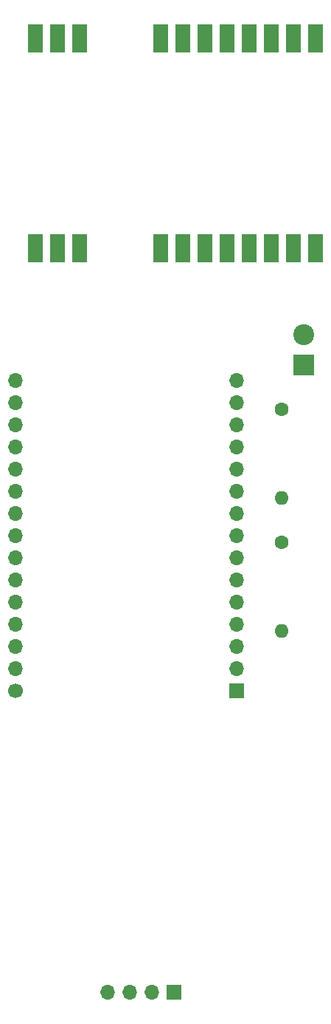
<source format=gbr>
%TF.GenerationSoftware,KiCad,Pcbnew,(6.0.5-0)*%
%TF.CreationDate,2022-05-16T13:23:45-04:00*%
%TF.ProjectId,test_project,74657374-5f70-4726-9f6a-6563742e6b69,rev?*%
%TF.SameCoordinates,Original*%
%TF.FileFunction,Soldermask,Top*%
%TF.FilePolarity,Negative*%
%FSLAX46Y46*%
G04 Gerber Fmt 4.6, Leading zero omitted, Abs format (unit mm)*
G04 Created by KiCad (PCBNEW (6.0.5-0)) date 2022-05-16 13:23:45*
%MOMM*%
%LPD*%
G01*
G04 APERTURE LIST*
%ADD10R,1.800000X3.200000*%
%ADD11C,1.600000*%
%ADD12O,1.600000X1.600000*%
%ADD13R,1.700000X1.700000*%
%ADD14O,1.700000X1.700000*%
%ADD15C,1.700000*%
%ADD16R,2.400000X2.400000*%
%ADD17C,2.400000*%
G04 APERTURE END LIST*
D10*
%TO.C,U2*%
X111424000Y-57720000D03*
X113964000Y-57720000D03*
X116504000Y-57720000D03*
X125804000Y-57720000D03*
X128344000Y-57720000D03*
X130884000Y-57720000D03*
X133424000Y-57720000D03*
X135964000Y-57720000D03*
X138504000Y-57720000D03*
X141044000Y-57720000D03*
X143584000Y-57720000D03*
X143584000Y-33720000D03*
X141044000Y-33720000D03*
X138504000Y-33720000D03*
X135964000Y-33720000D03*
X133424000Y-33720000D03*
X130884000Y-33720000D03*
X128344000Y-33720000D03*
X125804000Y-33720000D03*
X116504000Y-33720000D03*
X113964000Y-33720000D03*
X111424000Y-33720000D03*
%TD*%
D11*
%TO.C,R2*%
X139700000Y-76200000D03*
D12*
X139700000Y-86360000D03*
%TD*%
D13*
%TO.C,U1*%
X134507500Y-108492500D03*
D14*
X134507500Y-105952500D03*
X134507500Y-103412500D03*
X134507500Y-100872500D03*
X134507500Y-98332500D03*
X134507500Y-95792500D03*
X134507500Y-93252500D03*
X134507500Y-90712500D03*
X134507500Y-88172500D03*
X134507500Y-85632500D03*
X134507500Y-83092500D03*
X134507500Y-80552500D03*
X134507500Y-78012500D03*
X134507500Y-75472500D03*
X134507500Y-72932500D03*
X109107500Y-72932500D03*
X109107500Y-75472500D03*
X109107500Y-78012500D03*
X109107500Y-80552500D03*
X109107500Y-83092500D03*
X109107500Y-85632500D03*
X109107500Y-88172500D03*
X109107500Y-90712500D03*
X109107500Y-93252500D03*
X109107500Y-95792500D03*
X109107500Y-98332500D03*
X109107500Y-100872500D03*
X109107500Y-103412500D03*
X109107500Y-105952500D03*
D15*
X109107500Y-108492500D03*
%TD*%
D11*
%TO.C,R1*%
X139700000Y-91440000D03*
D12*
X139700000Y-101600000D03*
%TD*%
D13*
%TO.C,U3*%
X127360000Y-143010000D03*
D14*
X124820000Y-143010000D03*
X122280000Y-143010000D03*
X119740000Y-143010000D03*
%TD*%
D16*
%TO.C,J1*%
X142240000Y-71120000D03*
D17*
X142240000Y-67620000D03*
%TD*%
M02*

</source>
